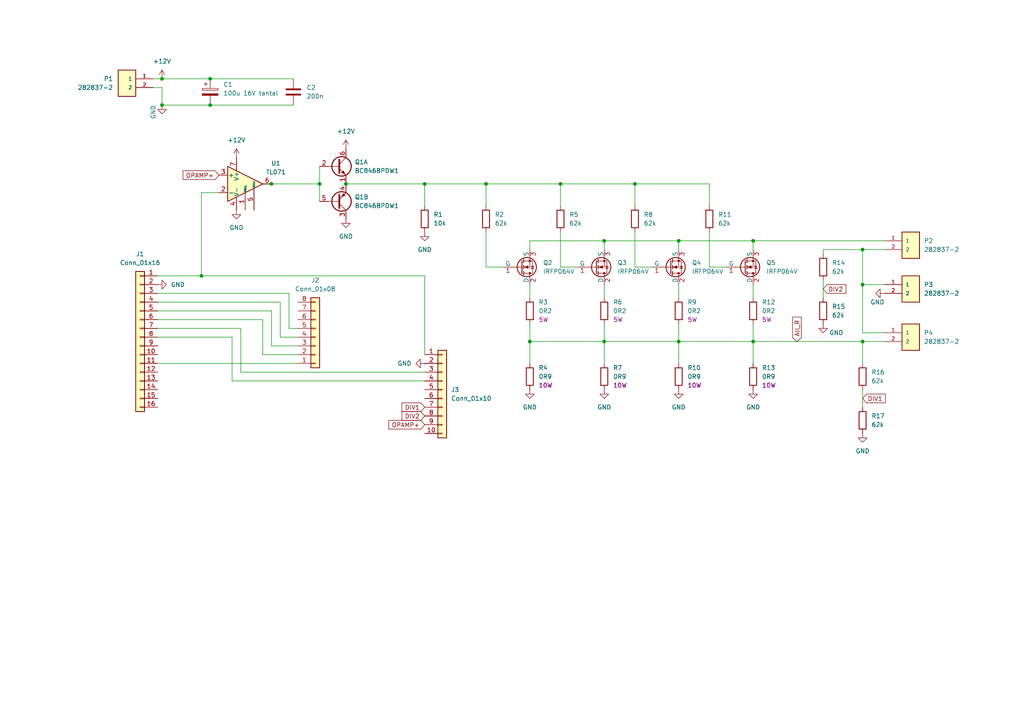
<source format=kicad_sch>
(kicad_sch (version 20211123) (generator eeschema)
  (paper "A4")
  (lib_symbols
    (symbol "282837-2:282837-2" (pin_names (offset 1.016))
      (property "Reference" "P" (at -2.5406 2.5438 0))
      (property "Value" "282837-2" (at -2.5424 -6.3745 0))
      (symbol "282837-2_0_0"
        (rectangle (start -2.54 -5.08) (end 2.54 2.54) (stroke (width 0.254)) (fill (type background)))
        (pin passive line (at -7.62 0 0) (length 5.08) (name "1") (number "1"))
        (pin passive line (at -7.62 -2.54 0) (length 5.08) (name "2") (number "2"))
      )
    )
    (symbol "Amplifier_Operational:TL071" (pin_names (offset 0.127))
      (property "Reference" "U" (at 0 6.35 0))
      (property "Value" "TL071" (at 0 3.81 0))
      (symbol "TL071_0_1"
        (polyline (pts (xy -5.08 5.08) (xy 5.08 0) (xy -5.08 -5.08) (xy -5.08 5.08)) (stroke (width 0.254)) (fill (type background)))
      )
      (symbol "TL071_1_1"
        (pin input line (at 0 -7.62 90) (length 5.08) (name "NULL") (number "1"))
        (pin input line (at -7.62 -2.54 0) (length 2.54) (name "-") (number "2"))
        (pin input line (at -7.62 2.54 0) (length 2.54) (name "+") (number "3"))
        (pin power_in line (at -2.54 -7.62 90) (length 3.81) (name "V-") (number "4"))
        (pin input line (at 2.54 -7.62 90) (length 6.35) (name "NULL") (number "5"))
        (pin output line (at 7.62 0 180) (length 2.54) (name "~") (number "6"))
        (pin power_in line (at -2.54 7.62 270) (length 3.81) (name "V+") (number "7"))
        (pin no_connect line (at 0 2.54 270) (length 2.54) hide (name "NC") (number "8"))
      )
    )
    (symbol "Connector_Generic:Conn_01x08" (pin_names (offset 1.016) hide)
      (property "Reference" "J" (at 0 10.16 0))
      (property "Value" "Conn_01x08" (at 0 -12.7 0))
      (symbol "Conn_01x08_1_1"
        (rectangle (start -1.27 -10.033) (end 0 -10.287) (stroke (width 0.1524)))
        (rectangle (start -1.27 -7.493) (end 0 -7.747) (stroke (width 0.1524)))
        (rectangle (start -1.27 -4.953) (end 0 -5.207) (stroke (width 0.1524)))
        (rectangle (start -1.27 -2.413) (end 0 -2.667) (stroke (width 0.1524)))
        (rectangle (start -1.27 0.127) (end 0 -0.127) (stroke (width 0.1524)))
        (rectangle (start -1.27 2.667) (end 0 2.413) (stroke (width 0.1524)))
        (rectangle (start -1.27 5.207) (end 0 4.953) (stroke (width 0.1524)))
        (rectangle (start -1.27 7.747) (end 0 7.493) (stroke (width 0.1524)))
        (rectangle (start -1.27 8.89) (end 1.27 -11.43) (stroke (width 0.254)) (fill (type background)))
        (pin passive line (at -5.08 7.62 0) (length 3.81) (name "Pin_1") (number "1"))
        (pin passive line (at -5.08 5.08 0) (length 3.81) (name "Pin_2") (number "2"))
        (pin passive line (at -5.08 2.54 0) (length 3.81) (name "Pin_3") (number "3"))
        (pin passive line (at -5.08 0 0) (length 3.81) (name "Pin_4") (number "4"))
        (pin passive line (at -5.08 -2.54 0) (length 3.81) (name "Pin_5") (number "5"))
        (pin passive line (at -5.08 -5.08 0) (length 3.81) (name "Pin_6") (number "6"))
        (pin passive line (at -5.08 -7.62 0) (length 3.81) (name "Pin_7") (number "7"))
        (pin passive line (at -5.08 -10.16 0) (length 3.81) (name "Pin_8") (number "8"))
      )
    )
    (symbol "Connector_Generic:Conn_01x10" (pin_names (offset 1.016) hide)
      (property "Reference" "J" (at 0 12.7 0))
      (property "Value" "Conn_01x10" (at 0 -15.24 0))
      (symbol "Conn_01x10_1_1"
        (rectangle (start -1.27 -12.573) (end 0 -12.827) (stroke (width 0.1524)))
        (rectangle (start -1.27 -10.033) (end 0 -10.287) (stroke (width 0.1524)))
        (rectangle (start -1.27 -7.493) (end 0 -7.747) (stroke (width 0.1524)))
        (rectangle (start -1.27 -4.953) (end 0 -5.207) (stroke (width 0.1524)))
        (rectangle (start -1.27 -2.413) (end 0 -2.667) (stroke (width 0.1524)))
        (rectangle (start -1.27 0.127) (end 0 -0.127) (stroke (width 0.1524)))
        (rectangle (start -1.27 2.667) (end 0 2.413) (stroke (width 0.1524)))
        (rectangle (start -1.27 5.207) (end 0 4.953) (stroke (width 0.1524)))
        (rectangle (start -1.27 7.747) (end 0 7.493) (stroke (width 0.1524)))
        (rectangle (start -1.27 10.287) (end 0 10.033) (stroke (width 0.1524)))
        (rectangle (start -1.27 11.43) (end 1.27 -13.97) (stroke (width 0.254)) (fill (type background)))
        (pin passive line (at -5.08 10.16 0) (length 3.81) (name "Pin_1") (number "1"))
        (pin passive line (at -5.08 -12.7 0) (length 3.81) (name "Pin_10") (number "10"))
        (pin passive line (at -5.08 7.62 0) (length 3.81) (name "Pin_2") (number "2"))
        (pin passive line (at -5.08 5.08 0) (length 3.81) (name "Pin_3") (number "3"))
        (pin passive line (at -5.08 2.54 0) (length 3.81) (name "Pin_4") (number "4"))
        (pin passive line (at -5.08 0 0) (length 3.81) (name "Pin_5") (number "5"))
        (pin passive line (at -5.08 -2.54 0) (length 3.81) (name "Pin_6") (number "6"))
        (pin passive line (at -5.08 -5.08 0) (length 3.81) (name "Pin_7") (number "7"))
        (pin passive line (at -5.08 -7.62 0) (length 3.81) (name "Pin_8") (number "8"))
        (pin passive line (at -5.08 -10.16 0) (length 3.81) (name "Pin_9") (number "9"))
      )
    )
    (symbol "Connector_Generic:Conn_01x16" (pin_names (offset 1.016) hide)
      (property "Reference" "J" (at 0 20.32 0))
      (property "Value" "Conn_01x16" (at 0 -22.86 0))
      (symbol "Conn_01x16_1_1"
        (rectangle (start -1.27 -20.193) (end 0 -20.447) (stroke (width 0.1524)))
        (rectangle (start -1.27 -17.653) (end 0 -17.907) (stroke (width 0.1524)))
        (rectangle (start -1.27 -15.113) (end 0 -15.367) (stroke (width 0.1524)))
        (rectangle (start -1.27 -12.573) (end 0 -12.827) (stroke (width 0.1524)))
        (rectangle (start -1.27 -10.033) (end 0 -10.287) (stroke (width 0.1524)))
        (rectangle (start -1.27 -7.493) (end 0 -7.747) (stroke (width 0.1524)))
        (rectangle (start -1.27 -4.953) (end 0 -5.207) (stroke (width 0.1524)))
        (rectangle (start -1.27 -2.413) (end 0 -2.667) (stroke (width 0.1524)))
        (rectangle (start -1.27 0.127) (end 0 -0.127) (stroke (width 0.1524)))
        (rectangle (start -1.27 2.667) (end 0 2.413) (stroke (width 0.1524)))
        (rectangle (start -1.27 5.207) (end 0 4.953) (stroke (width 0.1524)))
        (rectangle (start -1.27 7.747) (end 0 7.493) (stroke (width 0.1524)))
        (rectangle (start -1.27 10.287) (end 0 10.033) (stroke (width 0.1524)))
        (rectangle (start -1.27 12.827) (end 0 12.573) (stroke (width 0.1524)))
        (rectangle (start -1.27 15.367) (end 0 15.113) (stroke (width 0.1524)))
        (rectangle (start -1.27 17.907) (end 0 17.653) (stroke (width 0.1524)))
        (rectangle (start -1.27 19.05) (end 1.27 -21.59) (stroke (width 0.254)) (fill (type background)))
        (pin passive line (at -5.08 17.78 0) (length 3.81) (name "Pin_1") (number "1"))
        (pin passive line (at -5.08 -5.08 0) (length 3.81) (name "Pin_10") (number "10"))
        (pin passive line (at -5.08 -7.62 0) (length 3.81) (name "Pin_11") (number "11"))
        (pin passive line (at -5.08 -10.16 0) (length 3.81) (name "Pin_12") (number "12"))
        (pin passive line (at -5.08 -12.7 0) (length 3.81) (name "Pin_13") (number "13"))
        (pin passive line (at -5.08 -15.24 0) (length 3.81) (name "Pin_14") (number "14"))
        (pin passive line (at -5.08 -17.78 0) (length 3.81) (name "Pin_15") (number "15"))
        (pin passive line (at -5.08 -20.32 0) (length 3.81) (name "Pin_16") (number "16"))
        (pin passive line (at -5.08 15.24 0) (length 3.81) (name "Pin_2") (number "2"))
        (pin passive line (at -5.08 12.7 0) (length 3.81) (name "Pin_3") (number "3"))
        (pin passive line (at -5.08 10.16 0) (length 3.81) (name "Pin_4") (number "4"))
        (pin passive line (at -5.08 7.62 0) (length 3.81) (name "Pin_5") (number "5"))
        (pin passive line (at -5.08 5.08 0) (length 3.81) (name "Pin_6") (number "6"))
        (pin passive line (at -5.08 2.54 0) (length 3.81) (name "Pin_7") (number "7"))
        (pin passive line (at -5.08 0 0) (length 3.81) (name "Pin_8") (number "8"))
        (pin passive line (at -5.08 -2.54 0) (length 3.81) (name "Pin_9") (number "9"))
      )
    )
    (symbol "Device:C" (pin_numbers hide) (pin_names (offset 0.254))
      (property "Reference" "C" (at 0.635 2.54 0))
      (property "Value" "C" (at 0.635 -2.54 0))
      (symbol "C_0_1"
        (polyline (pts (xy -2.032 -0.762) (xy 2.032 -0.762)) (stroke (width 0.508)))
        (polyline (pts (xy -2.032 0.762) (xy 2.032 0.762)) (stroke (width 0.508)))
      )
      (symbol "C_1_1"
        (pin passive line (at 0 3.81 270) (length 2.794) (name "~") (number "1"))
        (pin passive line (at 0 -3.81 90) (length 2.794) (name "~") (number "2"))
      )
    )
    (symbol "Device:C_Polarized" (pin_numbers hide) (pin_names (offset 0.254))
      (property "Reference" "C" (at 0.635 2.54 0))
      (property "Value" "C_Polarized" (at 0.635 -2.54 0))
      (symbol "C_Polarized_0_1"
        (rectangle (start -2.286 0.508) (end 2.286 1.016))
        (polyline (pts (xy -1.778 2.286) (xy -0.762 2.286)))
        (polyline (pts (xy -1.27 2.794) (xy -1.27 1.778)))
        (rectangle (start 2.286 -0.508) (end -2.286 -1.016) (fill (type outline)))
      )
      (symbol "C_Polarized_1_1"
        (pin passive line (at 0 3.81 270) (length 2.794) (name "~") (number "1"))
        (pin passive line (at 0 -3.81 90) (length 2.794) (name "~") (number "2"))
      )
    )
    (symbol "Device:R" (pin_numbers hide) (pin_names (offset 0))
      (property "Reference" "R" (at 2.032 0 90))
      (property "Value" "R" (at 0 0 90))
      (symbol "R_0_1"
        (rectangle (start -1.016 -2.54) (end 1.016 2.54) (stroke (width 0.254)))
      )
      (symbol "R_1_1"
        (pin passive line (at 0 3.81 270) (length 1.27) (name "~") (number "1"))
        (pin passive line (at 0 -3.81 90) (length 1.27) (name "~") (number "2"))
      )
    )
    (symbol "R_1" (pin_numbers hide) (pin_names (offset 0))
      (property "Reference" "R?" (at 2.54 1.2701 0))
      (property "Value" "R_1" (at 2.54 -1.2699 0))
      (property "Power" "5W" (at 2.54 -3.81 0))
      (symbol "R_1_0_1"
        (rectangle (start -1.016 -2.54) (end 1.016 2.54) (stroke (width 0.254)))
      )
      (symbol "R_1_1_1"
        (pin passive line (at 0 3.81 270) (length 1.27) (name "~") (number "1"))
        (pin passive line (at 0 -3.81 90) (length 1.27) (name "~") (number "2"))
      )
    )
    (symbol "Transistor_BJT:BC846BPDW1" (pin_names (offset 0) hide)
      (property "Reference" "Q" (at 5.08 1.27 0))
      (property "Value" "BC846BPDW1" (at 5.08 -1.27 0))
      (symbol "BC846BPDW1_0_1"
        (polyline (pts (xy 0.635 0) (xy -2.54 0)))
        (circle (center 1.27 0) (radius 2.8194) (stroke (width 0.254)))
        (circle (center 1.27 0) (radius 2.8194) (stroke (width 0.254)))
      )
      (symbol "BC846BPDW1_1_1"
        (polyline (pts (xy 0.635 0.635) (xy 2.54 2.54)))
        (polyline (pts (xy 0.635 -0.635) (xy 2.54 -2.54) (xy 2.54 -2.54)))
        (polyline (pts (xy 0.635 1.905) (xy 0.635 -1.905) (xy 0.635 -1.905)) (stroke (width 0.508)))
        (polyline (pts (xy 1.27 -1.778) (xy 1.778 -1.27) (xy 2.286 -2.286) (xy 1.27 -1.778) (xy 1.27 -1.778)) (fill (type outline)))
        (pin passive line (at 2.54 -5.08 90) (length 2.54) (name "E1") (number "1"))
        (pin input line (at -5.08 0 0) (length 2.54) (name "B1") (number "2"))
        (pin passive line (at 2.54 5.08 270) (length 2.54) (name "C1") (number "6"))
      )
      (symbol "BC846BPDW1_2_1"
        (polyline (pts (xy 0.635 0.635) (xy 2.54 2.54)))
        (polyline (pts (xy 0.635 -0.635) (xy 2.54 -2.54) (xy 2.54 -2.54)))
        (polyline (pts (xy 0.635 1.905) (xy 0.635 -1.905) (xy 0.635 -1.905)) (stroke (width 0.508)))
        (polyline (pts (xy 2.286 -1.778) (xy 1.778 -2.286) (xy 1.27 -1.27) (xy 2.286 -1.778) (xy 2.286 -1.778)) (fill (type outline)))
        (pin passive line (at 2.54 5.08 270) (length 2.54) (name "C2") (number "3"))
        (pin passive line (at 2.54 -5.08 90) (length 2.54) (name "E2") (number "4"))
        (pin input line (at -5.08 0 0) (length 2.54) (name "B2") (number "5"))
      )
    )
    (symbol "power:+12V" (power) (pin_names (offset 0))
      (property "Value" "+12V" (at 0 3.556 0))
      (symbol "+12V_0_1"
        (polyline (pts (xy -0.762 1.27) (xy 0 2.54)))
        (polyline (pts (xy 0 0) (xy 0 2.54)))
        (polyline (pts (xy 0 2.54) (xy 0.762 1.27)))
      )
      (symbol "+12V_1_1"
        (pin power_in line (at 0 0 90) (length 0) hide (name "+12V") (number "1"))
      )
    )
    (symbol "power:GND" (power) (pin_names (offset 0))
      (property "Value" "GND" (at 0 -3.81 0))
      (symbol "GND_0_1"
        (polyline (pts (xy 0 0) (xy 0 -1.27) (xy 1.27 -1.27) (xy 0 -2.54) (xy -1.27 -1.27) (xy 0 -1.27)))
      )
      (symbol "GND_1_1"
        (pin power_in line (at 0 0 270) (length 0) hide (name "GND") (number "1"))
      )
    )
    (symbol "proj_lib:IRFP064V" (pin_names (offset 0))
      (property "Reference" "Q" (at 6.35 1.905 0))
      (property "Value" "IRFP064V" (at 6.35 0 0))
      (symbol "IRFP064V_0_1"
        (polyline (pts (xy 0.254 0) (xy -2.54 0)))
        (polyline (pts (xy 0.254 1.905) (xy 0.254 -1.905)) (stroke (width 0.254)))
        (polyline (pts (xy 0.762 -1.27) (xy 0.762 -2.286)) (stroke (width 0.254)))
        (polyline (pts (xy 0.762 0.508) (xy 0.762 -0.508)) (stroke (width 0.254)))
        (polyline (pts (xy 0.762 2.286) (xy 0.762 1.27)) (stroke (width 0.254)))
        (polyline (pts (xy 2.54 2.54) (xy 2.54 1.778)))
        (polyline (pts (xy 2.54 -2.54) (xy 2.54 0) (xy 0.762 0)))
        (polyline (pts (xy 0.762 -1.778) (xy 3.302 -1.778) (xy 3.302 1.778) (xy 0.762 1.778)))
        (polyline (pts (xy 1.016 0) (xy 2.032 0.381) (xy 2.032 -0.381) (xy 1.016 0)) (fill (type outline)))
        (polyline (pts (xy 2.794 0.508) (xy 2.921 0.381) (xy 3.683 0.381) (xy 3.81 0.254)))
        (polyline (pts (xy 3.302 0.381) (xy 2.921 -0.254) (xy 3.683 -0.254) (xy 3.302 0.381)))
        (circle (center 1.651 0) (radius 2.794) (stroke (width 0.254)))
        (circle (center 2.54 -1.778) (radius 0.254) (fill (type outline)))
        (circle (center 2.54 1.778) (radius 0.254) (fill (type outline)))
      )
      (symbol "IRFP064V_1_1"
        (pin input line (at -5.08 0 0) (length 2.54) (name "G") (number "1"))
        (pin passive line (at 2.54 5.08 270) (length 2.54) (name "D") (number "2"))
        (pin passive line (at 2.54 -5.08 90) (length 2.54) (name "S") (number "3"))
      )
    )
  )
  (junction (at 162.56 53.34))
  (junction (at 58.42 80.01))
  (junction (at 60.96 30.48))
  (junction (at 218.44 99.06))
  (junction (at 250.19 99.06))
  (junction (at 100.33 53.34))
  (junction (at 60.96 22.86))
  (junction (at 175.26 99.06))
  (junction (at 46.99 30.48))
  (junction (at 123.19 53.34))
  (junction (at 196.85 69.85))
  (junction (at 153.67 99.06))
  (junction (at 78.74 53.34))
  (junction (at 218.44 69.85))
  (junction (at 250.19 82.55))
  (junction (at 46.99 22.86))
  (junction (at 175.26 69.85))
  (junction (at 250.19 72.39))
  (junction (at 140.97 53.34))
  (junction (at 184.15 53.34))
  (junction (at 196.85 99.06))
  (junction (at 92.71 53.34))
  (wire (pts (xy 46.99 22.86) (xy 60.96 22.86)))
  (wire (pts (xy 175.26 99.06) (xy 175.26 105.41)))
  (wire (pts (xy 153.67 99.06) (xy 175.26 99.06)))
  (wire (pts (xy 140.97 77.47) (xy 146.05 77.47)))
  (wire (pts (xy 140.97 67.31) (xy 140.97 77.47)))
  (wire (pts (xy 153.67 69.85) (xy 175.26 69.85)))
  (wire (pts (xy 218.44 86.36) (xy 218.44 82.55)))
  (wire (pts (xy 69.85 107.95) (xy 123.19 107.95)))
  (wire (pts (xy 205.74 59.69) (xy 205.74 53.34)))
  (wire (pts (xy 250.19 99.06) (xy 250.19 105.41)))
  (wire (pts (xy 218.44 99.06) (xy 218.44 93.98)))
  (wire (pts (xy 76.2 92.71) (xy 76.2 102.87)))
  (wire (pts (xy 153.67 99.06) (xy 153.67 105.41)))
  (wire (pts (xy 123.19 53.34) (xy 123.19 59.69)))
  (wire (pts (xy 76.2 102.87) (xy 86.36 102.87)))
  (wire (pts (xy 83.82 95.25) (xy 86.36 95.25)))
  (wire (pts (xy 45.72 92.71) (xy 76.2 92.71)))
  (wire (pts (xy 78.74 53.34) (xy 92.71 53.34)))
  (wire (pts (xy 81.28 87.63) (xy 81.28 97.79)))
  (wire (pts (xy 238.76 72.39) (xy 250.19 72.39)))
  (wire (pts (xy 140.97 53.34) (xy 140.97 59.69)))
  (wire (pts (xy 196.85 69.85) (xy 196.85 72.39)))
  (wire (pts (xy 45.72 97.79) (xy 67.31 97.79)))
  (wire (pts (xy 123.19 53.34) (xy 140.97 53.34)))
  (wire (pts (xy 162.56 53.34) (xy 140.97 53.34)))
  (wire (pts (xy 196.85 99.06) (xy 218.44 99.06)))
  (wire (pts (xy 250.19 96.52) (xy 256.54 96.52)))
  (wire (pts (xy 45.72 87.63) (xy 81.28 87.63)))
  (wire (pts (xy 45.72 90.17) (xy 78.74 90.17)))
  (wire (pts (xy 175.26 69.85) (xy 196.85 69.85)))
  (wire (pts (xy 250.19 82.55) (xy 250.19 96.52)))
  (wire (pts (xy 175.26 69.85) (xy 175.26 72.39)))
  (wire (pts (xy 45.72 105.41) (xy 86.36 105.41)))
  (wire (pts (xy 238.76 73.66) (xy 238.76 72.39)))
  (wire (pts (xy 256.54 72.39) (xy 250.19 72.39)))
  (wire (pts (xy 162.56 67.31) (xy 162.56 77.47)))
  (wire (pts (xy 184.15 59.69) (xy 184.15 53.34)))
  (wire (pts (xy 175.26 99.06) (xy 175.26 93.98)))
  (wire (pts (xy 123.19 80.01) (xy 123.19 102.87)))
  (wire (pts (xy 175.26 86.36) (xy 175.26 82.55)))
  (wire (pts (xy 83.82 85.09) (xy 83.82 95.25)))
  (wire (pts (xy 45.72 80.01) (xy 58.42 80.01)))
  (wire (pts (xy 196.85 69.85) (xy 218.44 69.85)))
  (wire (pts (xy 184.15 77.47) (xy 189.23 77.47)))
  (wire (pts (xy 60.96 22.86) (xy 85.09 22.86)))
  (wire (pts (xy 46.99 30.48) (xy 60.96 30.48)))
  (wire (pts (xy 78.74 90.17) (xy 78.74 100.33)))
  (wire (pts (xy 153.67 86.36) (xy 153.67 82.55)))
  (wire (pts (xy 218.44 99.06) (xy 250.19 99.06)))
  (wire (pts (xy 46.99 30.48) (xy 46.99 25.4)))
  (wire (pts (xy 69.85 95.25) (xy 69.85 107.95)))
  (wire (pts (xy 100.33 53.34) (xy 123.19 53.34)))
  (wire (pts (xy 218.44 69.85) (xy 218.44 72.39)))
  (wire (pts (xy 184.15 53.34) (xy 162.56 53.34)))
  (wire (pts (xy 162.56 77.47) (xy 167.64 77.47)))
  (wire (pts (xy 196.85 99.06) (xy 196.85 105.41)))
  (wire (pts (xy 250.19 118.11) (xy 250.19 113.03)))
  (wire (pts (xy 67.31 97.79) (xy 67.31 110.49)))
  (wire (pts (xy 238.76 86.36) (xy 238.76 81.28)))
  (wire (pts (xy 58.42 80.01) (xy 123.19 80.01)))
  (wire (pts (xy 63.5 55.88) (xy 58.42 55.88)))
  (wire (pts (xy 205.74 77.47) (xy 210.82 77.47)))
  (wire (pts (xy 58.42 55.88) (xy 58.42 80.01)))
  (wire (pts (xy 92.71 48.26) (xy 92.71 53.34)))
  (wire (pts (xy 153.67 72.39) (xy 153.67 69.85)))
  (wire (pts (xy 46.99 25.4) (xy 44.45 25.4)))
  (wire (pts (xy 67.31 110.49) (xy 123.19 110.49)))
  (wire (pts (xy 218.44 99.06) (xy 218.44 105.41)))
  (wire (pts (xy 81.28 97.79) (xy 86.36 97.79)))
  (wire (pts (xy 76.2 53.34) (xy 78.74 53.34)))
  (wire (pts (xy 250.19 99.06) (xy 256.54 99.06)))
  (wire (pts (xy 153.67 99.06) (xy 153.67 93.98)))
  (wire (pts (xy 184.15 67.31) (xy 184.15 77.47)))
  (wire (pts (xy 60.96 30.48) (xy 85.09 30.48)))
  (wire (pts (xy 45.72 85.09) (xy 83.82 85.09)))
  (wire (pts (xy 45.72 95.25) (xy 69.85 95.25)))
  (wire (pts (xy 250.19 82.55) (xy 256.54 82.55)))
  (wire (pts (xy 218.44 69.85) (xy 256.54 69.85)))
  (wire (pts (xy 175.26 99.06) (xy 196.85 99.06)))
  (wire (pts (xy 78.74 100.33) (xy 86.36 100.33)))
  (wire (pts (xy 196.85 86.36) (xy 196.85 82.55)))
  (wire (pts (xy 162.56 59.69) (xy 162.56 53.34)))
  (wire (pts (xy 205.74 53.34) (xy 184.15 53.34)))
  (wire (pts (xy 196.85 99.06) (xy 196.85 93.98)))
  (wire (pts (xy 44.45 22.86) (xy 46.99 22.86)))
  (wire (pts (xy 205.74 67.31) (xy 205.74 77.47)))
  (wire (pts (xy 92.71 53.34) (xy 92.71 58.42)))
  (wire (pts (xy 250.19 72.39) (xy 250.19 82.55)))
  (global_label "DIV2" (shape input) (at 123.19 120.65 180) (property "Intersheet References" "${INTERSHEET_REFS}" (effects hide)))
  (global_label "OPAMP+" (shape input) (at 63.5 50.8 180) (property "Intersheet References" "${INTERSHEET_REFS}" (effects hide)))
  (global_label "DIV1" (shape input) (at 123.19 118.11 180) (property "Intersheet References" "${INTERSHEET_REFS}" (effects hide)))
  (global_label "All_R" (shape input) (at 231.14 99.06 90) (property "Intersheet References" "${INTERSHEET_REFS}" (effects hide)))
  (global_label "DIV2" (shape input) (at 238.76 83.82 0) (property "Intersheet References" "${INTERSHEET_REFS}" (effects hide)))
  (global_label "DIV1" (shape input) (at 250.19 115.57 0) (property "Intersheet References" "${INTERSHEET_REFS}" (effects hide)))
  (global_label "OPAMP+" (shape input) (at 123.19 123.19 180) (property "Intersheet References" "${INTERSHEET_REFS}" (effects hide)))
  (symbol (lib_id "proj_lib:IRFP064V") (at 151.13 77.47 0) (mirror x) (unit 1)
    (property "Reference" "Q2" (at 157.48 76.1999 0) (effects (justify left)))
    (property "Value" "IRFP064V" (at 157.48 78.7399 0) (effects (justify left)))
    (property "Footprint" "Package_TO_SOT_THT:TO-247-3_Vertical" (effects hide))
    (property "Datasheet" "https://www.vishay.com/docs/91201/irfp064.pdf" (effects hide))
  )
  (symbol (lib_name "R_1") (lib_id "Device:R") (at 196.85 109.22 0) (unit 1)
    (property "Reference" "R10" (at 199.39 106.6799 0) (effects (justify left)))
    (property "Value" "0R9" (at 199.39 109.2199 0) (effects (justify left)))
    (property "Footprint" "Resistor_THT:R_Axial_Power_L50.0mm_W9.0mm_P60.96mm" (effects hide))
    (property "Power" "10W" (at 199.39 111.7599 0) (effects (justify left)))
  )
  (symbol (lib_name "R_1") (lib_id "Device:R") (at 175.26 90.17 0) (unit 1)
    (property "Reference" "R6" (at 177.8 87.6299 0) (effects (justify left)))
    (property "Value" "0R2" (at 177.8 90.1699 0) (effects (justify left)))
    (property "Footprint" "Resistor_THT:R_Axial_Power_L25.0mm_W9.0mm_P27.94mm" (effects hide))
    (property "Power" "5W" (at 177.8 92.7099 0) (effects (justify left)))
  )
  (symbol (lib_id "Amplifier_Operational:TL071") (at 71.12 53.34 0) (unit 1)
    (property "Reference" "U1" (at 80.01 47.371 0))
    (property "Value" "TL071" (at 80.01 49.911 0))
    (property "Footprint" "Package_DIP:DIP-8_W7.62mm_Socket" (effects hide))
    (property "Datasheet" "http://www.ti.com/lit/ds/symlink/tl071.pdf" (effects hide))
  )
  (symbol (lib_id "Device:C") (at 85.09 26.67 0) (unit 1)
    (property "Reference" "C2" (at 88.9 25.3999 0) (effects (justify left)))
    (property "Value" "200n" (at 88.9 27.9399 0) (effects (justify left)))
    (property "Footprint" "Capacitor_SMD:C_1206_3216Metric_Pad1.33x1.80mm_HandSolder" (effects hide))
  )
  (symbol (lib_id "power:GND") (at 100.33 63.5 0) (unit 1)
    (property "Reference" "#PWR06" (effects hide))
    (property "Value" "GND" (at 100.33 68.58 0))
  )
  (symbol (lib_id "power:GND") (at 218.44 113.03 0) (unit 1)
    (property "Reference" "#PWR011" (effects hide))
    (property "Value" "GND" (at 218.44 118.11 0))
  )
  (symbol (lib_id "power:+12V") (at 46.99 22.86 0) (unit 1)
    (property "Reference" "#PWR01" (effects hide))
    (property "Value" "+12V" (at 46.99 17.78 0))
  )
  (symbol (lib_id "power:GND") (at 123.19 105.41 270) (unit 1)
    (property "Reference" "#PWR014" (effects hide))
    (property "Value" "GND" (at 119.38 105.4099 90) (effects (justify right)))
  )
  (symbol (lib_name "R_1") (lib_id "Device:R") (at 153.67 109.22 0) (unit 1)
    (property "Reference" "R4" (at 156.21 106.6799 0) (effects (justify left)))
    (property "Value" "0R9" (at 156.21 109.2199 0) (effects (justify left)))
    (property "Footprint" "Resistor_THT:R_Axial_Power_L50.0mm_W9.0mm_P60.96mm" (effects hide))
    (property "Power" "10W" (at 156.21 111.7599 0) (effects (justify left)))
  )
  (symbol (lib_id "power:GND") (at 68.58 60.96 0) (unit 1)
    (property "Reference" "#PWR04" (effects hide))
    (property "Value" "GND" (at 68.58 66.04 0))
  )
  (symbol (lib_id "Connector_Generic:Conn_01x16") (at 40.64 97.79 0) (mirror y) (unit 1)
    (property "Reference" "J1" (at 40.64 73.66 0))
    (property "Value" "Conn_01x16" (at 40.64 76.2 0))
    (property "Footprint" "Connector_PinSocket_2.54mm:PinSocket_1x16_P2.54mm_Vertical" (effects hide))
  )
  (symbol (lib_id "Device:R") (at 140.97 63.5 0) (unit 1)
    (property "Reference" "R2" (at 143.51 62.2299 0) (effects (justify left)))
    (property "Value" "62k" (at 143.51 64.7699 0) (effects (justify left)))
    (property "Footprint" "Resistor_SMD:R_MiniMELF_MMA-0204" (effects hide))
  )
  (symbol (lib_id "power:GND") (at 175.26 113.03 0) (unit 1)
    (property "Reference" "#PWR09" (effects hide))
    (property "Value" "GND" (at 175.26 118.11 0))
  )
  (symbol (lib_id "power:GND") (at 238.76 93.98 0) (unit 1)
    (property "Reference" "#PWR015" (effects hide))
    (property "Value" "GND" (at 242.57 96.52 0))
  )
  (symbol (lib_id "Device:R") (at 205.74 63.5 0) (unit 1)
    (property "Reference" "R11" (at 208.28 62.2299 0) (effects (justify left)))
    (property "Value" "62k" (at 208.28 64.7699 0) (effects (justify left)))
    (property "Footprint" "Resistor_SMD:R_MiniMELF_MMA-0204" (effects hide))
  )
  (symbol (lib_id "power:GND") (at 45.72 82.55 90) (unit 1)
    (property "Reference" "#PWR013" (effects hide))
    (property "Value" "GND" (at 49.53 82.5499 90) (effects (justify right)))
  )
  (symbol (lib_id "Device:R") (at 238.76 77.47 0) (unit 1)
    (property "Reference" "R14" (at 241.3 76.1999 0) (effects (justify left)))
    (property "Value" "62k" (at 241.3 78.7399 0) (effects (justify left)))
    (property "Footprint" "Resistor_THT:R_Axial_DIN0207_L6.3mm_D2.5mm_P10.16mm_Horizontal" (effects hide))
  )
  (symbol (lib_id "proj_lib:IRFP064V") (at 194.31 77.47 0) (mirror x) (unit 1)
    (property "Reference" "Q4" (at 200.66 76.1999 0) (effects (justify left)))
    (property "Value" "IRFP064V" (at 200.66 78.7399 0) (effects (justify left)))
    (property "Footprint" "Package_TO_SOT_THT:TO-247-3_Vertical" (effects hide))
    (property "Datasheet" "https://www.vishay.com/docs/91201/irfp064.pdf" (effects hide))
  )
  (symbol (lib_id "Device:R") (at 250.19 121.92 0) (unit 1)
    (property "Reference" "R17" (at 252.73 120.6499 0) (effects (justify left)))
    (property "Value" "62k" (at 252.73 123.1899 0) (effects (justify left)))
    (property "Footprint" "Resistor_THT:R_Axial_DIN0207_L6.3mm_D2.5mm_P10.16mm_Horizontal" (effects hide))
  )
  (symbol (lib_id "power:GND") (at 46.99 30.48 0) (mirror y) (unit 1)
    (property "Reference" "#PWR02" (effects hide))
    (property "Value" "GND" (at 44.4501 30.48 90) (effects (justify right)))
  )
  (symbol (lib_id "proj_lib:IRFP064V") (at 215.9 77.47 0) (mirror x) (unit 1)
    (property "Reference" "Q5" (at 222.25 76.1999 0) (effects (justify left)))
    (property "Value" "IRFP064V" (at 222.25 78.7399 0) (effects (justify left)))
    (property "Footprint" "Package_TO_SOT_THT:TO-247-3_Vertical" (effects hide))
    (property "Datasheet" "https://www.vishay.com/docs/91201/irfp064.pdf" (effects hide))
  )
  (symbol (lib_name "R_1") (lib_id "Device:R") (at 153.67 90.17 0) (unit 1)
    (property "Reference" "R3" (at 156.21 87.6299 0) (effects (justify left)))
    (property "Value" "0R2" (at 156.21 90.1699 0) (effects (justify left)))
    (property "Footprint" "Resistor_THT:R_Axial_Power_L25.0mm_W9.0mm_P27.94mm" (effects hide))
    (property "Power" "5W" (at 156.21 92.7099 0) (effects (justify left)))
  )
  (symbol (lib_id "Connector_Generic:Conn_01x08") (at 91.44 97.79 0) (mirror x) (unit 1)
    (property "Reference" "J2" (at 91.44 81.28 0))
    (property "Value" "Conn_01x08" (at 91.44 83.82 0))
    (property "Footprint" "Connector_PinSocket_2.54mm:PinSocket_1x08_P2.54mm_Vertical" (effects hide))
  )
  (symbol (lib_id "Device:R") (at 238.76 90.17 0) (unit 1)
    (property "Reference" "R15" (at 241.3 88.8999 0) (effects (justify left)))
    (property "Value" "62k" (at 241.3 91.4399 0) (effects (justify left)))
    (property "Footprint" "Resistor_THT:R_Axial_DIN0207_L6.3mm_D2.5mm_P10.16mm_Horizontal" (effects hide))
  )
  (symbol (lib_id "Device:R") (at 162.56 63.5 0) (unit 1)
    (property "Reference" "R5" (at 165.1 62.2299 0) (effects (justify left)))
    (property "Value" "62k" (at 165.1 64.7699 0) (effects (justify left)))
    (property "Footprint" "Resistor_SMD:R_MiniMELF_MMA-0204" (effects hide))
  )
  (symbol (lib_id "power:GND") (at 196.85 113.03 0) (unit 1)
    (property "Reference" "#PWR010" (effects hide))
    (property "Value" "GND" (at 196.85 118.11 0))
  )
  (symbol (lib_id "Device:R") (at 250.19 109.22 0) (unit 1)
    (property "Reference" "R16" (at 252.73 107.9499 0) (effects (justify left)))
    (property "Value" "62k" (at 252.73 110.4899 0) (effects (justify left)))
    (property "Footprint" "Resistor_THT:R_Axial_DIN0207_L6.3mm_D2.5mm_P10.16mm_Horizontal" (effects hide))
  )
  (symbol (lib_id "282837-2:282837-2") (at 264.16 96.52 0) (unit 1)
    (property "Reference" "P4" (at 267.97 96.5199 0) (effects (justify left)))
    (property "Value" "282837-2" (at 267.97 99.0599 0) (effects (justify left)))
    (property "Footprint" "proj_lib:TE_282837-2" (effects hide))
    (property "Comment" "282837-2" (effects hide))
  )
  (symbol (lib_id "Device:R") (at 123.19 63.5 0) (unit 1)
    (property "Reference" "R1" (at 125.73 62.2299 0) (effects (justify left)))
    (property "Value" "10k" (at 125.73 64.7699 0) (effects (justify left)))
    (property "Footprint" "Resistor_SMD:R_MiniMELF_MMA-0204" (effects hide))
  )
  (symbol (lib_id "proj_lib:IRFP064V") (at 172.72 77.47 0) (mirror x) (unit 1)
    (property "Reference" "Q3" (at 179.07 76.1999 0) (effects (justify left)))
    (property "Value" "IRFP064V" (at 179.07 78.7399 0) (effects (justify left)))
    (property "Footprint" "Package_TO_SOT_THT:TO-247-3_Vertical" (effects hide))
    (property "Datasheet" "https://www.vishay.com/docs/91201/irfp064.pdf" (effects hide))
  )
  (symbol (lib_name "R_1") (lib_id "Device:R") (at 196.85 90.17 0) (unit 1)
    (property "Reference" "R9" (at 199.39 87.6299 0) (effects (justify left)))
    (property "Value" "0R2" (at 199.39 90.1699 0) (effects (justify left)))
    (property "Footprint" "Resistor_THT:R_Axial_Power_L25.0mm_W9.0mm_P27.94mm" (effects hide))
    (property "Power" "5W" (at 199.39 92.7099 0) (effects (justify left)))
  )
  (symbol (lib_id "power:GND") (at 153.67 113.03 0) (unit 1)
    (property "Reference" "#PWR08" (effects hide))
    (property "Value" "GND" (at 153.67 118.11 0))
  )
  (symbol (lib_id "Connector_Generic:Conn_01x10") (at 128.27 113.03 0) (unit 1)
    (property "Reference" "J3" (at 130.81 113.0299 0) (effects (justify left)))
    (property "Value" "Conn_01x10" (at 130.81 115.5699 0) (effects (justify left)))
    (property "Footprint" "Connector_PinSocket_2.54mm:PinSocket_1x10_P2.54mm_Vertical" (effects hide))
  )
  (symbol (lib_id "282837-2:282837-2") (at 36.83 22.86 0) (mirror y) (unit 1)
    (property "Reference" "P1" (at 32.7939 22.8599 0) (effects (justify left)))
    (property "Value" "282837-2" (at 32.7939 25.3999 0) (effects (justify left)))
    (property "Footprint" "proj_lib:TE_282837-2" (effects hide))
    (property "Comment" "282837-2" (effects hide))
  )
  (symbol (lib_id "Transistor_BJT:BC846BPDW1") (at 97.79 58.42 0) (mirror x) (unit 2)
    (property "Reference" "Q1" (at 102.87 57.1499 0) (effects (justify left)))
    (property "Value" "BC846BPDW1" (at 102.87 59.6899 0) (effects (justify left)))
    (property "Footprint" "Package_DIP:DIP-6_W7.62mm_Socket" (effects hide))
    (property "Datasheet" "http://www.onsemi.com/pub_link/Collateral/BC846BPDW1T1-D.PDF" (effects hide))
  )
  (symbol (lib_id "power:+12V") (at 68.58 45.72 0) (unit 1)
    (property "Reference" "#PWR03" (effects hide))
    (property "Value" "+12V" (at 68.58 40.64 0))
  )
  (symbol (lib_id "power:GND") (at 256.54 85.09 270) (unit 1)
    (property "Reference" "#PWR012" (effects hide))
    (property "Value" "GND" (at 256.54 87.6299 90) (effects (justify right)))
  )
  (symbol (lib_id "282837-2:282837-2") (at 264.16 82.55 0) (unit 1)
    (property "Reference" "P3" (at 267.97 82.5499 0) (effects (justify left)))
    (property "Value" "282837-2" (at 267.97 85.0899 0) (effects (justify left)))
    (property "Footprint" "proj_lib:TE_282837-2" (effects hide))
    (property "Comment" "282837-2" (effects hide))
  )
  (symbol (lib_name "R_1") (lib_id "Device:R") (at 218.44 90.17 0) (unit 1)
    (property "Reference" "R12" (at 220.98 87.6299 0) (effects (justify left)))
    (property "Value" "0R2" (at 220.98 90.1699 0) (effects (justify left)))
    (property "Footprint" "Resistor_THT:R_Axial_Power_L25.0mm_W9.0mm_P27.94mm" (effects hide))
    (property "Power" "5W" (at 220.98 92.7099 0) (effects (justify left)))
  )
  (symbol (lib_id "Device:R") (at 184.15 63.5 0) (unit 1)
    (property "Reference" "R8" (at 186.69 62.2299 0) (effects (justify left)))
    (property "Value" "62k" (at 186.69 64.7699 0) (effects (justify left)))
    (property "Footprint" "Resistor_SMD:R_MiniMELF_MMA-0204" (effects hide))
  )
  (symbol (lib_name "R_1") (lib_id "Device:R") (at 218.44 109.22 0) (unit 1)
    (property "Reference" "R13" (at 220.98 106.6799 0) (effects (justify left)))
    (property "Value" "0R9" (at 220.98 109.2199 0) (effects (justify left)))
    (property "Footprint" "Resistor_THT:R_Axial_Power_L50.0mm_W9.0mm_P60.96mm" (effects hide))
    (property "Power" "10W" (at 220.98 111.7599 0) (effects (justify left)))
  )
  (symbol (lib_id "power:GND") (at 123.19 67.31 0) (unit 1)
    (property "Reference" "#PWR07" (effects hide))
    (property "Value" "GND" (at 123.19 72.39 0))
  )
  (symbol (lib_id "power:GND") (at 250.19 125.73 0) (unit 1)
    (property "Reference" "#PWR016" (effects hide))
    (property "Value" "GND" (at 250.19 130.81 0))
  )
  (symbol (lib_id "Transistor_BJT:BC846BPDW1") (at 97.79 48.26 0) (unit 1)
    (property "Reference" "Q1" (at 102.87 46.9899 0) (effects (justify left)))
    (property "Value" "BC846BPDW1" (at 102.87 49.5299 0) (effects (justify left)))
    (property "Footprint" "Package_DIP:DIP-6_W7.62mm_Socket" (effects hide))
    (property "Datasheet" "http://www.onsemi.com/pub_link/Collateral/BC846BPDW1T1-D.PDF" (effects hide))
  )
  (symbol (lib_id "power:+12V") (at 100.33 43.18 0) (unit 1)
    (property "Reference" "#PWR05" (effects hide))
    (property "Value" "+12V" (at 100.33 38.1 0))
  )
  (symbol (lib_id "282837-2:282837-2") (at 264.16 69.85 0) (unit 1)
    (property "Reference" "P2" (at 267.97 69.8499 0) (effects (justify left)))
    (property "Value" "282837-2" (at 267.97 72.3899 0) (effects (justify left)))
    (property "Footprint" "proj_lib:TE_282837-2" (effects hide))
    (property "Comment" "282837-2" (effects hide))
  )
  (symbol (lib_name "R_1") (lib_id "Device:R") (at 175.26 109.22 0) (unit 1)
    (property "Reference" "R7" (at 177.8 106.6799 0) (effects (justify left)))
    (property "Value" "0R9" (at 177.8 109.2199 0) (effects (justify left)))
    (property "Footprint" "Resistor_THT:R_Axial_Power_L50.0mm_W9.0mm_P60.96mm" (effects hide))
    (property "Power" "10W" (at 177.8 111.7599 0) (effects (justify left)))
  )
  (symbol (lib_id "Device:C_Polarized") (at 60.96 26.67 0) (unit 1)
    (property "Reference" "C1" (at 64.77 24.5109 0) (effects (justify left)))
    (property "Value" "100u 16V tantal" (at 64.77 27.0509 0) (effects (justify left)))
    (property "Footprint" "Capacitor_Tantalum_SMD:CP_EIA-7343-31_Kemet-D_Pad2.25x2.55mm_HandSolder" (effects hide))
  )
)
</source>
